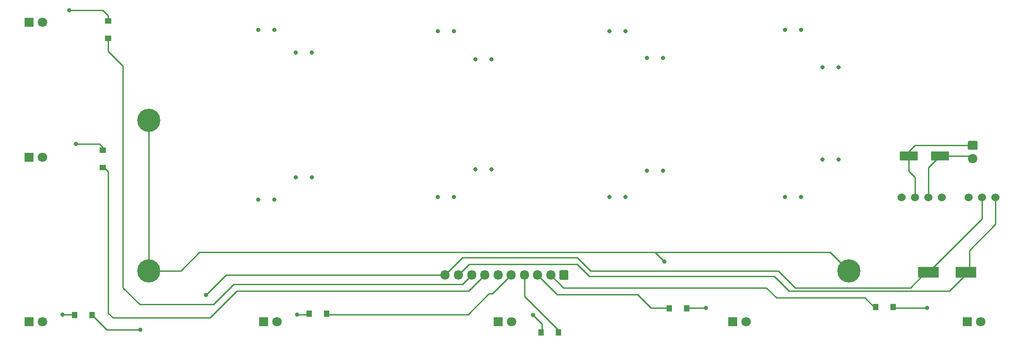
<source format=gbr>
%TF.GenerationSoftware,KiCad,Pcbnew,(5.1.9)-1*%
%TF.CreationDate,2022-03-08T15:51:05-05:00*%
%TF.ProjectId,Front Dash,46726f6e-7420-4446-9173-682e6b696361,rev?*%
%TF.SameCoordinates,Original*%
%TF.FileFunction,Copper,L2,Bot*%
%TF.FilePolarity,Positive*%
%FSLAX46Y46*%
G04 Gerber Fmt 4.6, Leading zero omitted, Abs format (unit mm)*
G04 Created by KiCad (PCBNEW (5.1.9)-1) date 2022-03-08 15:51:05*
%MOMM*%
%LPD*%
G01*
G04 APERTURE LIST*
%TA.AperFunction,SMDPad,CuDef*%
%ADD10R,1.016000X1.244600*%
%TD*%
%TA.AperFunction,ComponentPad*%
%ADD11C,1.800000*%
%TD*%
%TA.AperFunction,ComponentPad*%
%ADD12R,1.800000X1.800000*%
%TD*%
%TA.AperFunction,SMDPad,CuDef*%
%ADD13R,1.244600X1.016000*%
%TD*%
%TA.AperFunction,SMDPad,CuDef*%
%ADD14R,3.450000X1.800000*%
%TD*%
%TA.AperFunction,SMDPad,CuDef*%
%ADD15R,4.000000X2.000000*%
%TD*%
%TA.AperFunction,ComponentPad*%
%ADD16C,1.524000*%
%TD*%
%TA.AperFunction,ComponentPad*%
%ADD17C,4.400000*%
%TD*%
%TA.AperFunction,ComponentPad*%
%ADD18O,1.850000X1.700000*%
%TD*%
%TA.AperFunction,ComponentPad*%
%ADD19O,1.700000X1.850000*%
%TD*%
%TA.AperFunction,ViaPad*%
%ADD20C,0.800000*%
%TD*%
%TA.AperFunction,Conductor*%
%ADD21C,0.250000*%
%TD*%
G04 APERTURE END LIST*
D10*
%TO.P,U3,1*%
%TO.N,Net-(D3-Pad1)*%
X159258000Y-99314000D03*
%TO.P,U3,2*%
%TO.N,Net-(J1-Pad4)*%
X162560000Y-99314000D03*
%TD*%
D11*
%TO.P,D1,2*%
%TO.N,Net-(D1-Pad2)*%
X242570000Y-97282000D03*
D12*
%TO.P,D1,1*%
%TO.N,Net-(D1-Pad1)*%
X240030000Y-97282000D03*
%TD*%
D10*
%TO.P,U7,1*%
%TO.N,Net-(C1-Pad1)*%
X74168000Y-96012000D03*
%TO.P,U7,2*%
%TO.N,Net-(D7-Pad1)*%
X70866000Y-96012000D03*
%TD*%
D13*
%TO.P,U6,1*%
%TO.N,Net-(D6-Pad1)*%
X76200000Y-64643000D03*
%TO.P,U6,2*%
%TO.N,Net-(J1-Pad7)*%
X76200000Y-67945000D03*
%TD*%
%TO.P,U5,1*%
%TO.N,Net-(J1-Pad8)*%
X77216000Y-43434000D03*
%TO.P,U5,2*%
%TO.N,Net-(D5-Pad1)*%
X77216000Y-40132000D03*
%TD*%
D10*
%TO.P,U4,1*%
%TO.N,Net-(D4-Pad1)*%
X115316000Y-95758000D03*
%TO.P,U4,2*%
%TO.N,Net-(J1-Pad5)*%
X118618000Y-95758000D03*
%TD*%
%TO.P,U2,1*%
%TO.N,Net-(D2-Pad1)*%
X186817000Y-94742000D03*
%TO.P,U2,2*%
%TO.N,Net-(J1-Pad3)*%
X183515000Y-94742000D03*
%TD*%
%TO.P,U1,1*%
%TO.N,Net-(D1-Pad1)*%
X225933000Y-94488000D03*
%TO.P,U1,2*%
%TO.N,Net-(J1-Pad2)*%
X222631000Y-94488000D03*
%TD*%
D11*
%TO.P,D7,2*%
%TO.N,Net-(D1-Pad2)*%
X64770000Y-97282000D03*
D12*
%TO.P,D7,1*%
%TO.N,Net-(D7-Pad1)*%
X62230000Y-97282000D03*
%TD*%
D11*
%TO.P,D6,2*%
%TO.N,Net-(D1-Pad2)*%
X64770000Y-66040000D03*
D12*
%TO.P,D6,1*%
%TO.N,Net-(D6-Pad1)*%
X62230000Y-66040000D03*
%TD*%
D11*
%TO.P,D5,2*%
%TO.N,Net-(D1-Pad2)*%
X64770000Y-40386000D03*
D12*
%TO.P,D5,1*%
%TO.N,Net-(D5-Pad1)*%
X62230000Y-40386000D03*
%TD*%
D11*
%TO.P,D4,2*%
%TO.N,Net-(D1-Pad2)*%
X109220000Y-97282000D03*
D12*
%TO.P,D4,1*%
%TO.N,Net-(D4-Pad1)*%
X106680000Y-97282000D03*
%TD*%
D11*
%TO.P,D3,2*%
%TO.N,Net-(D1-Pad2)*%
X153670000Y-97282000D03*
D12*
%TO.P,D3,1*%
%TO.N,Net-(D3-Pad1)*%
X151130000Y-97282000D03*
%TD*%
D11*
%TO.P,D2,2*%
%TO.N,Net-(D1-Pad2)*%
X198120000Y-97282000D03*
D12*
%TO.P,D2,1*%
%TO.N,Net-(D2-Pad1)*%
X195580000Y-97282000D03*
%TD*%
D14*
%TO.P,C2,2*%
%TO.N,Net-(C2-Pad2)*%
X228952000Y-65786000D03*
%TO.P,C2,1*%
%TO.N,Net-(C2-Pad1)*%
X234852000Y-65786000D03*
%TD*%
D15*
%TO.P,C1,1*%
%TO.N,Net-(C1-Pad1)*%
X232676000Y-87884000D03*
%TO.P,C1,2*%
%TO.N,Net-(C1-Pad2)*%
X239776000Y-87884000D03*
%TD*%
D16*
%TO.P,PS1,7*%
%TO.N,Net-(PS1-Pad7)*%
X227584000Y-73660000D03*
%TO.P,PS1,6*%
%TO.N,Net-(C2-Pad2)*%
X230124000Y-73660000D03*
%TO.P,PS1,5*%
%TO.N,Net-(C2-Pad1)*%
X232664000Y-73660000D03*
%TO.P,PS1,4*%
%TO.N,Net-(PS1-Pad4)*%
X235204000Y-73660000D03*
%TO.P,PS1,3*%
%TO.N,Net-(PS1-Pad3)*%
X240284000Y-73660000D03*
%TO.P,PS1,2*%
%TO.N,Net-(C1-Pad1)*%
X242824000Y-73660000D03*
%TO.P,PS1,1*%
%TO.N,Net-(C1-Pad2)*%
X245364000Y-73660000D03*
%TD*%
D17*
%TO.P,H3,1*%
%TO.N,Net-(D1-Pad2)*%
X217551000Y-87630000D03*
%TD*%
%TO.P,H2,1*%
%TO.N,Net-(D1-Pad2)*%
X84861400Y-59004200D03*
%TD*%
%TO.P,H1,1*%
%TO.N,Net-(D1-Pad2)*%
X84861400Y-87579200D03*
%TD*%
D18*
%TO.P,J2,2*%
%TO.N,Net-(C2-Pad1)*%
X241046000Y-66254000D03*
%TO.P,J2,1*%
%TO.N,Net-(C2-Pad2)*%
%TA.AperFunction,ComponentPad*%
G36*
G01*
X240371000Y-62904000D02*
X241721000Y-62904000D01*
G75*
G02*
X241971000Y-63154000I0J-250000D01*
G01*
X241971000Y-64354000D01*
G75*
G02*
X241721000Y-64604000I-250000J0D01*
G01*
X240371000Y-64604000D01*
G75*
G02*
X240121000Y-64354000I0J250000D01*
G01*
X240121000Y-63154000D01*
G75*
G02*
X240371000Y-62904000I250000J0D01*
G01*
G37*
%TD.AperFunction*%
%TD*%
D19*
%TO.P,J1,10*%
%TO.N,Net-(C1-Pad1)*%
X141076000Y-88392000D03*
%TO.P,J1,9*%
%TO.N,Net-(C1-Pad2)*%
X143576000Y-88392000D03*
%TO.P,J1,8*%
%TO.N,Net-(J1-Pad8)*%
X146076000Y-88392000D03*
%TO.P,J1,7*%
%TO.N,Net-(J1-Pad7)*%
X148576000Y-88392000D03*
%TO.P,J1,6*%
%TO.N,Net-(J1-Pad6)*%
X151076000Y-88392000D03*
%TO.P,J1,5*%
%TO.N,Net-(J1-Pad5)*%
X153576000Y-88392000D03*
%TO.P,J1,4*%
%TO.N,Net-(J1-Pad4)*%
X156076000Y-88392000D03*
%TO.P,J1,3*%
%TO.N,Net-(J1-Pad3)*%
X158576000Y-88392000D03*
%TO.P,J1,2*%
%TO.N,Net-(J1-Pad2)*%
X161076000Y-88392000D03*
%TO.P,J1,1*%
%TO.N,Net-(D1-Pad2)*%
%TA.AperFunction,ComponentPad*%
G36*
G01*
X164426000Y-87717000D02*
X164426000Y-89067000D01*
G75*
G02*
X164176000Y-89317000I-250000J0D01*
G01*
X162976000Y-89317000D01*
G75*
G02*
X162726000Y-89067000I0J250000D01*
G01*
X162726000Y-87717000D01*
G75*
G02*
X162976000Y-87467000I250000J0D01*
G01*
X164176000Y-87467000D01*
G75*
G02*
X164426000Y-87717000I0J-250000D01*
G01*
G37*
%TD.AperFunction*%
%TD*%
D20*
%TO.N,*%
X205486000Y-41783000D03*
X208534000Y-41783000D03*
X215646000Y-48895000D03*
X212598000Y-48895000D03*
X205486000Y-73533000D03*
X212598000Y-66421000D03*
X215646000Y-66421000D03*
X208534000Y-73533000D03*
X172212000Y-42037000D03*
X175260000Y-42037000D03*
X175260000Y-73533000D03*
X172212000Y-73533000D03*
X139700000Y-42037000D03*
X142748000Y-42037000D03*
X142748000Y-73533000D03*
X139700000Y-73533000D03*
X108712000Y-41783000D03*
X105664000Y-74041000D03*
X108712000Y-74041000D03*
X105664000Y-41783000D03*
X115824000Y-69850000D03*
X112776000Y-69850000D03*
X112776000Y-46101000D03*
X115824000Y-46101000D03*
X149860000Y-47371000D03*
X146812000Y-47371000D03*
X146812000Y-68326000D03*
X149860000Y-68326000D03*
X179324000Y-68580000D03*
X182372000Y-68580000D03*
X182372000Y-47117000D03*
X179324000Y-47117000D03*
%TO.N,Net-(D1-Pad1)*%
X232410000Y-94615000D03*
%TO.N,Net-(D5-Pad1)*%
X69850000Y-38100000D03*
%TO.N,Net-(D7-Pad1)*%
X68580000Y-95885000D03*
%TO.N,Net-(D4-Pad1)*%
X113030000Y-95885000D03*
%TO.N,Net-(D6-Pad1)*%
X71120000Y-63500000D03*
%TO.N,Net-(D2-Pad1)*%
X190500000Y-94615000D03*
%TO.N,Net-(C1-Pad1)*%
X95758000Y-92202000D03*
X83312000Y-98806000D03*
%TO.N,Net-(D1-Pad2)*%
X182626000Y-85852000D03*
%TO.N,Net-(D3-Pad1)*%
X157734000Y-96012000D03*
%TD*%
D21*
%TO.N,Net-(J1-Pad3)*%
X180086000Y-94615000D02*
X177546000Y-92075000D01*
X183134000Y-94615000D02*
X180086000Y-94615000D01*
X162259000Y-92075000D02*
X158576000Y-88392000D01*
X177546000Y-92075000D02*
X162259000Y-92075000D01*
%TO.N,Net-(D1-Pad1)*%
X225806000Y-94615000D02*
X232410000Y-94615000D01*
%TO.N,Net-(J1-Pad2)*%
X163489000Y-90805000D02*
X161076000Y-88392000D01*
X201930000Y-90805000D02*
X163489000Y-90805000D01*
X203835000Y-92710000D02*
X201930000Y-90805000D01*
X220599000Y-92710000D02*
X203835000Y-92710000D01*
X222504000Y-94615000D02*
X220599000Y-92710000D01*
%TO.N,Net-(D5-Pad1)*%
X76200000Y-38100000D02*
X69850000Y-38100000D01*
%TO.N,Net-(J1-Pad8)*%
X121920000Y-90170000D02*
X122200000Y-90170000D01*
X144298000Y-90170000D02*
X146076000Y-88392000D01*
X121920000Y-90170000D02*
X144298000Y-90170000D01*
%TO.N,Net-(D3-Pad1)*%
X159385000Y-97663000D02*
X157734000Y-96012000D01*
X159385000Y-99060000D02*
X159385000Y-97663000D01*
%TO.N,Net-(J1-Pad4)*%
X156076000Y-92449000D02*
X162687000Y-99060000D01*
X156076000Y-88392000D02*
X156076000Y-92449000D01*
%TO.N,Net-(D7-Pad1)*%
X70739000Y-95885000D02*
X68580000Y-95885000D01*
%TO.N,Net-(D4-Pad1)*%
X115189000Y-95885000D02*
X113030000Y-95885000D01*
%TO.N,Net-(J1-Pad5)*%
X123985000Y-95885000D02*
X123825000Y-95885000D01*
X123825000Y-95885000D02*
X118491000Y-95885000D01*
X150020000Y-91948000D02*
X153576000Y-88392000D01*
X149352000Y-91948000D02*
X150020000Y-91948000D01*
X145415000Y-95885000D02*
X149352000Y-91948000D01*
X123825000Y-95885000D02*
X145415000Y-95885000D01*
%TO.N,Net-(D6-Pad1)*%
X76200000Y-64389000D02*
X76200000Y-64312800D01*
X76200000Y-64389000D02*
X76200000Y-64135000D01*
X75565000Y-63500000D02*
X71120000Y-63500000D01*
X76200000Y-64135000D02*
X75565000Y-63500000D01*
%TO.N,Net-(J1-Pad7)*%
X123430000Y-91440000D02*
X123190000Y-91440000D01*
X145528000Y-91440000D02*
X148576000Y-88392000D01*
X123190000Y-91440000D02*
X145528000Y-91440000D01*
%TO.N,Net-(D2-Pad1)*%
X186436000Y-94615000D02*
X190500000Y-94615000D01*
%TO.N,Net-(D1-Pad2)*%
X84861400Y-87579200D02*
X84861400Y-59004200D01*
X213995000Y-84074000D02*
X217551000Y-87630000D01*
X90982800Y-87579200D02*
X94488000Y-84074000D01*
X84861400Y-87579200D02*
X90982800Y-87579200D01*
%TO.N,Net-(C1-Pad2)*%
X168402000Y-88646000D02*
X203454000Y-88646000D01*
X166116000Y-86360000D02*
X168402000Y-88646000D01*
X203454000Y-88646000D02*
X206248000Y-91440000D01*
X145608000Y-86360000D02*
X166116000Y-86360000D01*
X143576000Y-88392000D02*
X145608000Y-86360000D01*
X236618000Y-91440000D02*
X240428000Y-87630000D01*
X224028000Y-91440000D02*
X236618000Y-91440000D01*
X206248000Y-91440000D02*
X224028000Y-91440000D01*
X224028000Y-91440000D02*
X224155000Y-91440000D01*
X240428000Y-83676000D02*
X245364000Y-78740000D01*
X240428000Y-87630000D02*
X240428000Y-83676000D01*
X245364000Y-78740000D02*
X245364000Y-73660000D01*
%TO.N,Net-(C1-Pad1)*%
X204216000Y-87630000D02*
X207391000Y-90805000D01*
X168656000Y-87630000D02*
X204216000Y-87630000D01*
X166116000Y-85090000D02*
X168656000Y-87630000D01*
X144378000Y-85090000D02*
X166116000Y-85090000D01*
X141076000Y-88392000D02*
X144378000Y-85090000D01*
X207391000Y-90805000D02*
X222631000Y-90805000D01*
X222631000Y-90805000D02*
X222885000Y-90805000D01*
X99568000Y-88392000D02*
X95758000Y-92202000D01*
X141076000Y-88392000D02*
X99568000Y-88392000D01*
X76962000Y-98806000D02*
X74041000Y-95885000D01*
X83312000Y-98806000D02*
X76962000Y-98806000D01*
X241820000Y-78740000D02*
X232676000Y-87884000D01*
X242824000Y-73660000D02*
X242824000Y-77736000D01*
X232156000Y-87884000D02*
X229235000Y-90805000D01*
X232676000Y-87884000D02*
X232156000Y-87884000D01*
X222631000Y-90805000D02*
X229235000Y-90805000D01*
X242824000Y-77736000D02*
X241820000Y-78740000D01*
%TO.N,Net-(C2-Pad2)*%
X228952000Y-68678000D02*
X228952000Y-65786000D01*
X230124000Y-69850000D02*
X228952000Y-68678000D01*
X228952000Y-65786000D02*
X229616000Y-65786000D01*
X228952000Y-65786000D02*
X228952000Y-64926000D01*
X230124000Y-63754000D02*
X234950000Y-63754000D01*
X228952000Y-64926000D02*
X230124000Y-63754000D01*
X234696000Y-63754000D02*
X234950000Y-63754000D01*
X230124000Y-73660000D02*
X230124000Y-69850000D01*
X234950000Y-63754000D02*
X241046000Y-63754000D01*
%TO.N,Net-(C2-Pad1)*%
X232664000Y-67974000D02*
X234852000Y-65786000D01*
X232664000Y-67974000D02*
X232664000Y-73660000D01*
X240578000Y-65786000D02*
X241046000Y-66254000D01*
X234852000Y-65786000D02*
X240578000Y-65786000D01*
%TO.N,Net-(D1-Pad2)*%
X180848000Y-84074000D02*
X182626000Y-85852000D01*
X174498000Y-84074000D02*
X180848000Y-84074000D01*
X94488000Y-84074000D02*
X174498000Y-84074000D01*
X174498000Y-84074000D02*
X213995000Y-84074000D01*
%TO.N,Net-(D5-Pad1)*%
X77216000Y-39116000D02*
X76200000Y-38100000D01*
X77216000Y-40132000D02*
X77216000Y-39116000D01*
%TO.N,Net-(J1-Pad8)*%
X97155000Y-93980000D02*
X100965000Y-90170000D01*
X83185000Y-93980000D02*
X97155000Y-93980000D01*
X100965000Y-90170000D02*
X121920000Y-90170000D01*
X80010000Y-90805000D02*
X83185000Y-93980000D01*
X80010000Y-48641000D02*
X80010000Y-90805000D01*
X77216000Y-45847000D02*
X80010000Y-48641000D01*
X77216000Y-43434000D02*
X77216000Y-45847000D01*
%TO.N,Net-(J1-Pad7)*%
X77216000Y-68707000D02*
X76200000Y-67691000D01*
X77216000Y-95631000D02*
X77216000Y-68707000D01*
X78105000Y-96520000D02*
X77216000Y-95631000D01*
X96520000Y-96520000D02*
X78105000Y-96520000D01*
X101600000Y-91440000D02*
X96520000Y-96520000D01*
X123190000Y-91440000D02*
X101600000Y-91440000D01*
%TD*%
M02*

</source>
